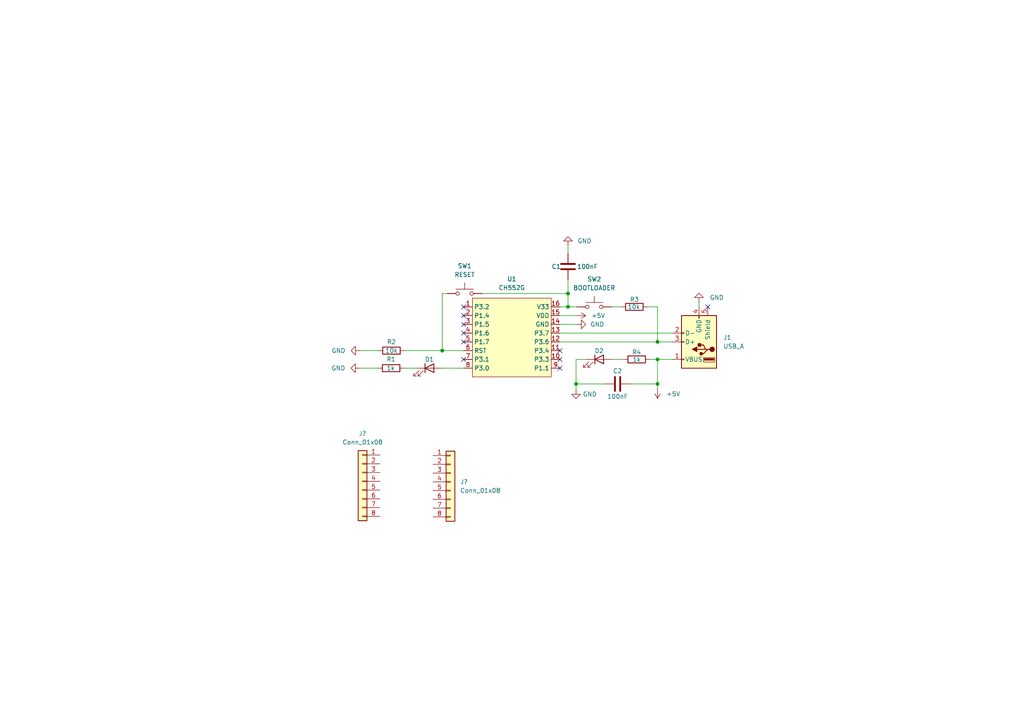
<source format=kicad_sch>
(kicad_sch (version 20211123) (generator eeschema)
  (paper "A4")
  (title_block (title "CH552G Minimal Circuit") (date "2022-10-30") (rev "1.0") (company "Nicola Strappazzon C"))
  (lib_symbols
    (symbol "Connector:USB_A" (pin_names (offset 1.016))
      (property "Reference" "J" (at -5.08 11.43 0))
      (property "Value" "USB_A" (at -5.08 8.89 0))
      (symbol "USB_A_0_1"
        (rectangle (start -5.08 -7.62) (end 5.08 7.62) (stroke (width 0.254)) (fill (type background)))
        (circle (center -3.81 2.159) (radius 0.635) (stroke (width 0.254)) (fill (type outline)))
        (rectangle (start -1.524 4.826) (end -4.318 5.334) (fill (type outline)))
        (rectangle (start -1.27 4.572) (end -4.572 5.842))
        (circle (center -0.635 3.429) (radius 0.381) (stroke (width 0.254)) (fill (type outline)))
        (rectangle (start -0.127 -7.62) (end 0.127 -6.858))
        (polyline (pts (xy -3.175 2.159) (xy -2.54 2.159) (xy -1.27 3.429) (xy -0.635 3.429)) (stroke (width 0.254)))
        (polyline (pts (xy -2.54 2.159) (xy -1.905 2.159) (xy -1.27 0.889) (xy 0 0.889)) (stroke (width 0.254)))
        (polyline (pts (xy 0.635 2.794) (xy 0.635 1.524) (xy 1.905 2.159) (xy 0.635 2.794)) (stroke (width 0.254)) (fill (type outline)))
        (rectangle (start 0.254 1.27) (end -0.508 0.508) (stroke (width 0.254)) (fill (type outline)))
        (rectangle (start 5.08 -2.667) (end 4.318 -2.413))
        (rectangle (start 5.08 -0.127) (end 4.318 0.127))
        (rectangle (start 5.08 4.953) (end 4.318 5.207))
      )
      (symbol "USB_A_1_1"
        (polyline (pts (xy -1.905 2.159) (xy 0.635 2.159)) (stroke (width 0.254)))
        (pin power_in line (at 7.62 5.08 180) (length 2.54) (name "VBUS") (number "1"))
        (pin bidirectional line (at 7.62 -2.54 180) (length 2.54) (name "D-") (number "2"))
        (pin bidirectional line (at 7.62 0 180) (length 2.54) (name "D+") (number "3"))
        (pin power_in line (at 0 -10.16 90) (length 2.54) (name "GND") (number "4"))
        (pin passive line (at -2.54 -10.16 90) (length 2.54) (name "Shield") (number "5"))
      )
    )
    (symbol "Connector_Generic:Conn_01x08" (pin_names (offset 1.016) hide)
      (property "Reference" "J" (at 0 10.16 0))
      (property "Value" "Conn_01x08" (at 0 -12.7 0))
      (symbol "Conn_01x08_1_1"
        (rectangle (start -1.27 -10.033) (end 0 -10.287) (stroke (width 0.1524)))
        (rectangle (start -1.27 -7.493) (end 0 -7.747) (stroke (width 0.1524)))
        (rectangle (start -1.27 -4.953) (end 0 -5.207) (stroke (width 0.1524)))
        (rectangle (start -1.27 -2.413) (end 0 -2.667) (stroke (width 0.1524)))
        (rectangle (start -1.27 0.127) (end 0 -0.127) (stroke (width 0.1524)))
        (rectangle (start -1.27 2.667) (end 0 2.413) (stroke (width 0.1524)))
        (rectangle (start -1.27 5.207) (end 0 4.953) (stroke (width 0.1524)))
        (rectangle (start -1.27 7.747) (end 0 7.493) (stroke (width 0.1524)))
        (rectangle (start -1.27 8.89) (end 1.27 -11.43) (stroke (width 0.254)) (fill (type background)))
        (pin passive line (at -5.08 7.62 0) (length 3.81) (name "Pin_1") (number "1"))
        (pin passive line (at -5.08 5.08 0) (length 3.81) (name "Pin_2") (number "2"))
        (pin passive line (at -5.08 2.54 0) (length 3.81) (name "Pin_3") (number "3"))
        (pin passive line (at -5.08 0 0) (length 3.81) (name "Pin_4") (number "4"))
        (pin passive line (at -5.08 -2.54 0) (length 3.81) (name "Pin_5") (number "5"))
        (pin passive line (at -5.08 -5.08 0) (length 3.81) (name "Pin_6") (number "6"))
        (pin passive line (at -5.08 -7.62 0) (length 3.81) (name "Pin_7") (number "7"))
        (pin passive line (at -5.08 -10.16 0) (length 3.81) (name "Pin_8") (number "8"))
      )
    )
    (symbol "Device:C" (pin_numbers hide) (pin_names (offset 0.254))
      (property "Reference" "C" (at 0.635 2.54 0))
      (property "Value" "C" (at 0.635 -2.54 0))
      (symbol "C_0_1"
        (polyline (pts (xy -2.032 -0.762) (xy 2.032 -0.762)) (stroke (width 0.508)))
        (polyline (pts (xy -2.032 0.762) (xy 2.032 0.762)) (stroke (width 0.508)))
      )
      (symbol "C_1_1"
        (pin passive line (at 0 3.81 270) (length 2.794) (name "~") (number "1"))
        (pin passive line (at 0 -3.81 90) (length 2.794) (name "~") (number "2"))
      )
    )
    (symbol "Device:LED" (pin_numbers hide) (pin_names (offset 1.016) hide)
      (property "Reference" "D" (at 0 2.54 0))
      (property "Value" "LED" (at 0 -2.54 0))
      (symbol "LED_0_1"
        (polyline (pts (xy -1.27 -1.27) (xy -1.27 1.27)) (stroke (width 0.254)))
        (polyline (pts (xy -1.27 0) (xy 1.27 0)))
        (polyline (pts (xy 1.27 -1.27) (xy 1.27 1.27) (xy -1.27 0) (xy 1.27 -1.27)) (stroke (width 0.254)))
        (polyline (pts (xy -3.048 -0.762) (xy -4.572 -2.286) (xy -3.81 -2.286) (xy -4.572 -2.286) (xy -4.572 -1.524)))
        (polyline (pts (xy -1.778 -0.762) (xy -3.302 -2.286) (xy -2.54 -2.286) (xy -3.302 -2.286) (xy -3.302 -1.524)))
      )
      (symbol "LED_1_1"
        (pin passive line (at -3.81 0 0) (length 2.54) (name "K") (number "1"))
        (pin passive line (at 3.81 0 180) (length 2.54) (name "A") (number "2"))
      )
    )
    (symbol "Device:R" (pin_numbers hide) (pin_names (offset 0))
      (property "Reference" "R" (at 2.032 0 90))
      (property "Value" "R" (at 0 0 90))
      (symbol "R_0_1"
        (rectangle (start -1.016 -2.54) (end 1.016 2.54) (stroke (width 0.254)))
      )
      (symbol "R_1_1"
        (pin passive line (at 0 3.81 270) (length 1.27) (name "~") (number "1"))
        (pin passive line (at 0 -3.81 90) (length 1.27) (name "~") (number "2"))
      )
    )
    (symbol "Switch:SW_Push" (pin_numbers hide) (pin_names (offset 1.016) hide)
      (property "Reference" "SW" (at 1.27 2.54 0))
      (property "Value" "SW_Push" (at 0 -1.524 0))
      (symbol "SW_Push_0_1"
        (circle (center -2.032 0) (radius 0.508))
        (polyline (pts (xy 0 1.27) (xy 0 3.048)))
        (polyline (pts (xy 2.54 1.27) (xy -2.54 1.27)))
        (circle (center 2.032 0) (radius 0.508))
        (pin passive line (at -5.08 0 0) (length 2.54) (name "1") (number "1"))
        (pin passive line (at 5.08 0 180) (length 2.54) (name "2") (number "2"))
      )
    )
    (symbol "library:CH552G"
      (property "Reference" "U" (at 0 16.51 0))
      (property "Value" "CH552G" (at 0 13.97 0))
      (symbol "CH552G_0_1"
        (rectangle (start -11.43 11.43) (end 11.43 -11.43) (fill (type background)))
      )
      (symbol "CH552G_1_1"
        (pin passive line (at -13.97 8.89 0) (length 2.54) (name "P3.2") (number "1"))
        (pin passive line (at 13.97 -6.35 180) (length 2.54) (name "P3.3") (number "10"))
        (pin passive line (at 13.97 -3.81 180) (length 2.54) (name "P3.4") (number "11"))
        (pin passive line (at 13.97 -1.27 180) (length 2.54) (name "P3.6") (number "12"))
        (pin passive line (at 13.97 1.27 180) (length 2.54) (name "P3.7") (number "13"))
        (pin power_in line (at 13.97 3.81 180) (length 2.54) (name "GND") (number "14"))
        (pin power_in line (at 13.97 6.35 180) (length 2.54) (name "VDD") (number "15"))
        (pin power_out line (at 13.97 8.89 180) (length 2.54) (name "V33") (number "16"))
        (pin passive line (at -13.97 6.35 0) (length 2.54) (name "P1.4") (number "2"))
        (pin passive line (at -13.97 3.81 0) (length 2.54) (name "P1.5") (number "3"))
        (pin passive line (at -13.97 1.27 0) (length 2.54) (name "P1.6") (number "4"))
        (pin passive line (at -13.97 -1.27 0) (length 2.54) (name "P1.7") (number "5"))
        (pin passive line (at -13.97 -3.81 0) (length 2.54) (name "RST") (number "6"))
        (pin passive line (at -13.97 -6.35 0) (length 2.54) (name "P3.1") (number "7"))
        (pin passive line (at -13.97 -8.89 0) (length 2.54) (name "P3.0") (number "8"))
        (pin passive line (at 13.97 -8.89 180) (length 2.54) (name "P1.1") (number "9"))
      )
    )
    (symbol "power:+5V" (power) (pin_names (offset 0))
      (property "Value" "+5V" (at 0 3.556 0))
      (symbol "+5V_0_1"
        (polyline (pts (xy -0.762 1.27) (xy 0 2.54)))
        (polyline (pts (xy 0 0) (xy 0 2.54)))
        (polyline (pts (xy 0 2.54) (xy 0.762 1.27)))
      )
      (symbol "+5V_1_1"
        (pin power_in line (at 0 0 90) (length 0) hide (name "+5V") (number "1"))
      )
    )
    (symbol "power:GND" (power) (pin_names (offset 0))
      (property "Value" "GND" (at 0 -3.81 0))
      (symbol "GND_0_1"
        (polyline (pts (xy 0 0) (xy 0 -1.27) (xy 1.27 -1.27) (xy 0 -2.54) (xy -1.27 -1.27) (xy 0 -1.27)))
      )
      (symbol "GND_1_1"
        (pin power_in line (at 0 0 270) (length 0) hide (name "GND") (number "1"))
      )
    )
  )
  (junction (at 164.7444 89.0016))
  (junction (at 167.0812 111.3536))
  (junction (at 190.7032 99.1616))
  (junction (at 190.7032 111.3536))
  (junction (at 190.7032 104.2416))
  (junction (at 128.27 101.7016))
  (junction (at 164.7444 85.1408))
  (no_connect (at 205.2828 89.0016))
  (no_connect (at 134.4676 104.2416))
  (no_connect (at 134.4676 94.0816))
  (no_connect (at 134.4676 96.6216))
  (no_connect (at 134.4676 99.1616))
  (no_connect (at 134.4676 91.5416))
  (no_connect (at 134.4676 89.0016))
  (no_connect (at 162.4076 101.7016))
  (no_connect (at 162.4076 104.2416))
  (no_connect (at 162.4076 106.7816))
  (wire (pts (xy 187.8076 89.0016) (xy 190.7032 89.0016)))
  (wire (pts (xy 177.4444 89.0016) (xy 180.1876 89.0016)))
  (wire (pts (xy 202.7428 87.5792) (xy 202.7428 89.0016)))
  (wire (pts (xy 182.9308 111.3536) (xy 190.7032 111.3536)))
  (wire (pts (xy 188.468 104.2416) (xy 190.7032 104.2416)))
  (wire (pts (xy 164.7444 71.1708) (xy 164.7444 73.5076)))
  (wire (pts (xy 162.4076 91.5416) (xy 167.3352 91.5416)))
  (wire (pts (xy 139.8524 85.1408) (xy 164.7444 85.1408)))
  (wire (pts (xy 190.7032 89.0016) (xy 190.7032 99.1616)))
  (wire (pts (xy 195.1228 104.2416) (xy 190.7032 104.2416)))
  (wire (pts (xy 128.27 101.7016) (xy 134.4676 101.7016)))
  (wire (pts (xy 167.0812 104.2416) (xy 167.0812 111.3536)))
  (wire (pts (xy 169.9768 104.2416) (xy 167.0812 104.2416)))
  (wire (pts (xy 104.3432 106.7816) (xy 109.6264 106.7816)))
  (wire (pts (xy 167.0812 111.3536) (xy 175.3108 111.3536)))
  (wire (pts (xy 162.4076 94.0816) (xy 167.3352 94.0816)))
  (wire (pts (xy 117.2464 106.7816) (xy 120.7516 106.7816)))
  (wire (pts (xy 117.348 101.7016) (xy 128.27 101.7016)))
  (wire (pts (xy 128.27 85.1408) (xy 128.27 101.7016)))
  (wire (pts (xy 167.0812 111.3536) (xy 167.0812 113.0808)))
  (wire (pts (xy 129.6924 85.1408) (xy 128.27 85.1408)))
  (wire (pts (xy 190.7032 99.1616) (xy 162.4076 99.1616)))
  (wire (pts (xy 128.3716 106.7816) (xy 134.4676 106.7816)))
  (wire (pts (xy 190.7032 111.3536) (xy 190.7032 112.9792)))
  (wire (pts (xy 164.7444 89.0016) (xy 167.2844 89.0016)))
  (wire (pts (xy 190.7032 104.2416) (xy 190.7032 111.3536)))
  (wire (pts (xy 177.5968 104.2416) (xy 180.848 104.2416)))
  (wire (pts (xy 164.7444 85.1408) (xy 164.7444 89.0016)))
  (wire (pts (xy 162.4076 96.6216) (xy 195.1228 96.6216)))
  (wire (pts (xy 162.4076 89.0016) (xy 164.7444 89.0016)))
  (wire (pts (xy 195.1228 99.1616) (xy 190.7032 99.1616)))
  (wire (pts (xy 104.394 101.7016) (xy 109.728 101.7016)))
  (wire (pts (xy 164.7444 81.1276) (xy 164.7444 85.1408)))
  (symbol (lib_id "Connector_Generic:Conn_01x08") (at 130.6576 139.7508 0) (unit 1)
    (property "Reference" "J?" (at 133.4516 139.7507 0) (effects (justify left)))
    (property "Value" "Conn_01x08" (at 133.4516 142.2907 0) (effects (justify left)))
    (property "Footprint" "Connector_PinHeader_2.54mm:PinHeader_1x08_P2.54mm_Vertical" (effects hide))
  )
  (symbol (lib_id "Device:R") (at 113.4364 106.7816 90) (unit 1)
    (property "Reference" "R1" (at 113.4364 104.1908 90))
    (property "Value" "1k" (at 113.3348 106.7816 90))
  )
  (symbol (lib_id "power:GND") (at 202.7428 87.5792 180) (unit 1)
    (property "Reference" "#PWR0107" (effects hide))
    (property "Value" "GND" (at 205.8416 86.3091 0) (effects (justify right)))
  )
  (symbol (lib_id "Switch:SW_Push") (at 172.3644 89.0016 0) (unit 1)
    (property "Reference" "SW2" (at 172.3644 80.9752 0))
    (property "Value" "BOOTLOADER" (at 172.3644 83.5152 0))
  )
  (symbol (lib_id "Device:LED") (at 173.7868 104.2416 0) (unit 1)
    (property "Reference" "D2" (at 173.7868 101.7524 0))
    (property "Value" "LED" (effects hide))
  )
  (symbol (lib_id "Connector_Generic:Conn_01x08") (at 105.156 139.5984 0) (mirror y) (unit 1)
    (property "Reference" "J?" (at 105.156 125.73 0))
    (property "Value" "Conn_01x08" (at 105.156 128.27 0))
    (property "Footprint" "Connector_PinHeader_2.54mm:PinHeader_1x08_P2.54mm_Vertical" (effects hide))
  )
  (symbol (lib_id "Device:R") (at 183.9976 89.0016 90) (unit 1)
    (property "Reference" "R3" (at 183.9976 86.868 90))
    (property "Value" "10k" (at 183.8452 89.0016 90))
  )
  (symbol (lib_id "power:GND") (at 164.7444 71.1708 180) (unit 1)
    (property "Reference" "#PWR0103" (effects hide))
    (property "Value" "GND" (at 167.4876 69.9007 0) (effects (justify right)))
  )
  (symbol (lib_id "power:GND") (at 167.3352 94.0816 90) (unit 1)
    (property "Reference" "#PWR0104" (effects hide))
    (property "Value" "GND" (at 171.196 94.0815 90) (effects (justify right)))
  )
  (symbol (lib_id "Device:LED") (at 124.5616 106.7816 0) (unit 1)
    (property "Reference" "D1" (at 124.5616 104.2416 0))
    (property "Value" "LED" (effects hide))
  )
  (symbol (lib_id "power:+5V") (at 190.7032 112.9792 180) (unit 1)
    (property "Reference" "#PWR0106" (effects hide))
    (property "Value" "+5V" (at 193.2432 114.2491 0) (effects (justify right)))
  )
  (symbol (lib_id "power:GND") (at 104.3432 106.7816 270) (unit 1)
    (property "Reference" "#PWR0101" (effects hide))
    (property "Value" "GND" (at 100.1776 106.7815 90) (effects (justify right)))
  )
  (symbol (lib_id "Device:C") (at 179.1208 111.3536 270) (unit 1)
    (property "Reference" "C2" (at 179.1208 107.5944 90))
    (property "Value" "100nF" (at 179.1208 115.0112 90))
  )
  (symbol (lib_id "power:GND") (at 167.0812 113.0808 0) (unit 1)
    (property "Reference" "#PWR0108" (effects hide))
    (property "Value" "GND" (at 169.0116 114.3507 0) (effects (justify left)))
  )
  (symbol (lib_id "Device:C") (at 164.7444 77.3176 0) (mirror y) (unit 1)
    (property "Reference" "C1" (at 159.9692 77.3176 0) (effects (justify right)))
    (property "Value" "100nF" (at 167.3352 77.3176 0) (effects (justify right)))
  )
  (symbol (lib_id "Connector:USB_A") (at 202.7428 99.1616 180) (unit 1)
    (property "Reference" "J1" (at 209.7532 97.8915 0) (effects (justify right)))
    (property "Value" "USB_A" (at 209.7532 100.4315 0) (effects (justify right)))
    (property "Datasheet" " ~" (effects hide))
  )
  (symbol (lib_id "Switch:SW_Push") (at 134.7724 85.1408 0) (unit 1)
    (property "Reference" "SW1" (at 134.7724 77.1144 0))
    (property "Value" "RESET" (at 134.7724 79.6544 0))
    (property "Footprint" "Button_Switch_SMD:SW_SPST_SKQG_WithStem" (effects hide))
  )
  (symbol (lib_id "library:CH552G") (at 148.4376 97.8916 0) (unit 1)
    (property "Reference" "U1" (at 148.4376 80.9244 0))
    (property "Value" "CH552G" (at 148.4376 83.4644 0))
    (property "Footprint" "Package_SO:SOIC-16W_5.3x10.2mm_P1.27mm" (effects hide))
  )
  (symbol (lib_id "power:+5V") (at 167.3352 91.5416 270) (unit 1)
    (property "Reference" "#PWR0105" (effects hide))
    (property "Value" "+5V" (at 171.45 91.5415 90) (effects (justify left)))
  )
  (symbol (lib_id "Device:R") (at 184.658 104.2416 90) (unit 1)
    (property "Reference" "R4" (at 184.658 102.1588 90))
    (property "Value" "1k" (at 184.658 104.2924 90))
  )
  (symbol (lib_id "Device:R") (at 113.538 101.7016 270) (unit 1)
    (property "Reference" "R2" (at 113.538 99.1616 90))
    (property "Value" "10k" (at 113.538 101.7016 90))
  )
  (symbol (lib_id "power:GND") (at 104.394 101.7016 270) (unit 1)
    (property "Reference" "#PWR0102" (effects hide))
    (property "Value" "GND" (at 100.2284 101.7015 90) (effects (justify right)))
  )
)
</source>
